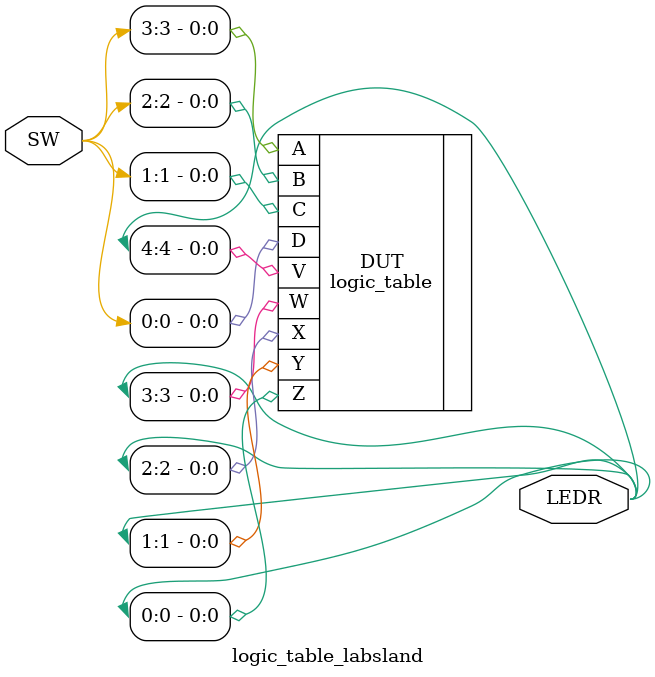
<source format=v>
/*  Example of a logic table implementation in Verilog
    Author: Sebastian Garcia
    Date: September 2021
*/

module logic_table_labsland (
    input [3:0] SW,
    output [4:0] LEDR
);

logic_table DUT(
    .A(SW[3]),
    .B(SW[2]),
    .C(SW[1]),
    .D(SW[0]),
  
    .V(LEDR[4]),
    .W(LEDR[3]),
    .X(LEDR[2]),
    .Y(LEDR[1]),
    .Z(LEDR[0])
);

endmodule

</source>
